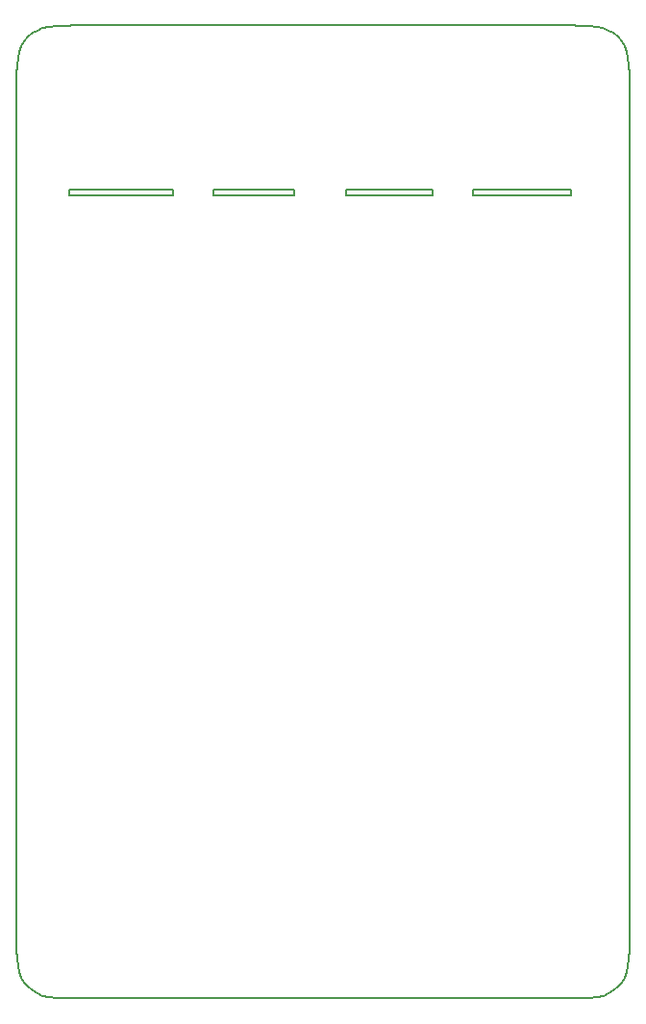
<source format=gbr>
G04 #@! TF.GenerationSoftware,KiCad,Pcbnew,5.1.6-c6e7f7d~87~ubuntu18.04.1*
G04 #@! TF.CreationDate,2020-08-06T18:59:17+02:00*
G04 #@! TF.ProjectId,pcb-business-card,7063622d-6275-4736-996e-6573732d6361,rev?*
G04 #@! TF.SameCoordinates,Original*
G04 #@! TF.FileFunction,Profile,NP*
%FSLAX46Y46*%
G04 Gerber Fmt 4.6, Leading zero omitted, Abs format (unit mm)*
G04 Created by KiCad (PCBNEW 5.1.6-c6e7f7d~87~ubuntu18.04.1) date 2020-08-06 18:59:17*
%MOMM*%
%LPD*%
G01*
G04 APERTURE LIST*
G04 #@! TA.AperFunction,Profile*
%ADD10C,0.150000*%
G04 #@! TD*
G04 #@! TA.AperFunction,Profile*
%ADD11C,0.200000*%
G04 #@! TD*
G04 APERTURE END LIST*
D10*
X159512000Y-72644000D02*
X151892000Y-72644000D01*
X159512000Y-72136000D02*
X159512000Y-72644000D01*
X151892000Y-72136000D02*
X159512000Y-72136000D01*
X151892000Y-72644000D02*
X151892000Y-72136000D01*
X147320000Y-72644000D02*
X140208000Y-72644000D01*
X147320000Y-72136000D02*
X147320000Y-72644000D01*
X140208000Y-72136000D02*
X147320000Y-72136000D01*
X140208000Y-72644000D02*
X140208000Y-72136000D01*
X171704000Y-72136000D02*
X171704000Y-72644000D01*
X163068000Y-72136000D02*
X171704000Y-72136000D01*
X163068000Y-72644000D02*
X163068000Y-72136000D01*
X171704000Y-72644000D02*
X163068000Y-72644000D01*
D11*
X127508000Y-72136000D02*
X127508000Y-72644000D01*
X136652000Y-72136000D02*
X127508000Y-72136000D01*
X136652000Y-72644000D02*
X136652000Y-72136000D01*
X127508000Y-72644000D02*
X136652000Y-72644000D01*
X173981074Y-143185115D02*
X174536079Y-143064192D01*
X123878361Y-58727910D02*
X123543153Y-59118929D01*
X124269380Y-58392702D02*
X123878361Y-58727910D01*
X124692093Y-58140866D02*
X124269380Y-58392702D01*
X176842915Y-137003580D02*
X176842570Y-64020610D01*
X176840848Y-138094986D02*
X176842915Y-137003580D01*
X176827067Y-139017928D02*
X176840848Y-138094986D01*
X176789171Y-139795486D02*
X176827067Y-139017928D01*
X176715791Y-140450054D02*
X176789171Y-139795486D01*
X176594868Y-141005059D02*
X176715791Y-140450054D01*
X176414345Y-141482549D02*
X176594868Y-141005059D01*
X176162508Y-141905607D02*
X176414345Y-141482549D01*
X175827301Y-142296625D02*
X176162508Y-141905607D01*
X175436282Y-142631833D02*
X175827301Y-142296625D01*
X175013569Y-142883669D02*
X175436282Y-142631833D01*
X174536079Y-143064192D02*
X175013569Y-142883669D01*
X173326161Y-143258496D02*
X173981074Y-143185115D01*
X172548603Y-143296392D02*
X173326161Y-143258496D01*
X125169583Y-57960343D02*
X124692093Y-58140866D01*
X125724588Y-57839420D02*
X125169583Y-57960343D01*
X126379501Y-57766040D02*
X125724588Y-57839420D01*
X125169928Y-143064020D02*
X125724932Y-143185115D01*
X124692437Y-142883669D02*
X125169928Y-143064020D01*
X124269380Y-142631660D02*
X124692437Y-142883669D01*
X123878361Y-142296625D02*
X124269380Y-142631660D01*
X123543153Y-141905607D02*
X123878361Y-142296625D01*
X123291317Y-141482721D02*
X123543153Y-141905607D01*
X123110794Y-141005231D02*
X123291317Y-141482721D01*
X122989871Y-140450398D02*
X123110794Y-141005231D01*
X122916491Y-139795486D02*
X122989871Y-140450398D01*
X122878594Y-139017928D02*
X122916491Y-139795486D01*
X122864814Y-138094986D02*
X122878594Y-139017928D01*
X122862747Y-137003752D02*
X122864814Y-138094986D01*
X122862747Y-64020955D02*
X122862747Y-137003752D01*
X122864814Y-62929549D02*
X122862747Y-64020955D01*
X122878594Y-62006608D02*
X122864814Y-62929549D01*
X122916491Y-61229049D02*
X122878594Y-62006608D01*
X122989871Y-60574481D02*
X122916491Y-61229049D01*
X123110794Y-60019476D02*
X122989871Y-60574481D01*
X123291317Y-59541986D02*
X123110794Y-60019476D01*
X123543153Y-59118929D02*
X123291317Y-59541986D01*
X176842570Y-64020610D02*
X176840503Y-62929376D01*
X127157059Y-57728143D02*
X126379501Y-57766040D01*
X128080000Y-57714363D02*
X127157059Y-57728143D01*
X129171061Y-57712296D02*
X128080000Y-57714363D01*
X170533911Y-57712296D02*
X129171061Y-57712296D01*
X171625318Y-57714363D02*
X170533911Y-57712296D01*
X172548259Y-57728143D02*
X171625318Y-57714363D01*
X173325817Y-57765867D02*
X172548259Y-57728143D01*
X173980385Y-57839248D02*
X173325817Y-57765867D01*
X174535390Y-57960343D02*
X173980385Y-57839248D01*
X175012880Y-58140694D02*
X174535390Y-57960343D01*
X175435938Y-58392702D02*
X175012880Y-58140694D01*
X175826956Y-58727738D02*
X175435938Y-58392702D01*
X176162164Y-59118756D02*
X175826956Y-58727738D01*
X176414000Y-59541642D02*
X176162164Y-59118756D01*
X176594523Y-60019132D02*
X176414000Y-59541642D01*
X176715446Y-60573965D02*
X176594523Y-60019132D01*
X176788827Y-61228877D02*
X176715446Y-60573965D01*
X176826723Y-62006435D02*
X176788827Y-61228877D01*
X176840503Y-62929376D02*
X176826723Y-62006435D01*
X127157059Y-143296219D02*
X128080000Y-143310000D01*
X126379501Y-143258496D02*
X127157059Y-143296219D01*
X125724932Y-143185115D02*
X126379501Y-143258496D01*
X171625662Y-143310172D02*
X172548603Y-143296392D01*
X170534600Y-143312239D02*
X171625662Y-143310172D01*
X129171406Y-143312067D02*
X170534600Y-143312239D01*
X128080000Y-143310000D02*
X129171406Y-143312067D01*
M02*

</source>
